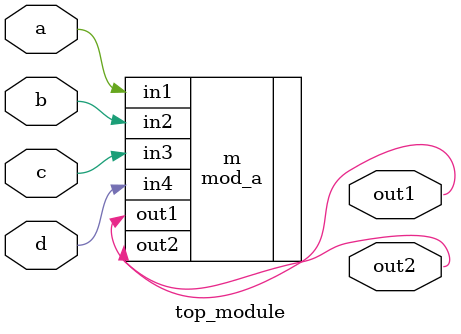
<source format=v>
module top_module ( 
    input a, 
    input b, 
    input c,
    input d,
    output out1,
    output out2
);
    mod_a m(.in1(a),.in2(b),.in3(c),.in4(d),.out1(out1),.out2(out2));
endmodule

</source>
